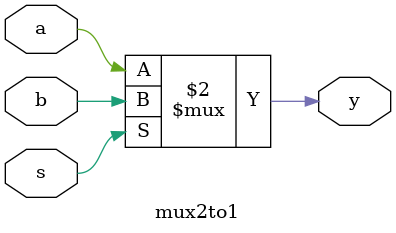
<source format=v>
module mux2to1
(
input a,b,s,
output reg y);
always @(*)
begin 
  y=s?b:a;
end
endmodule

</source>
